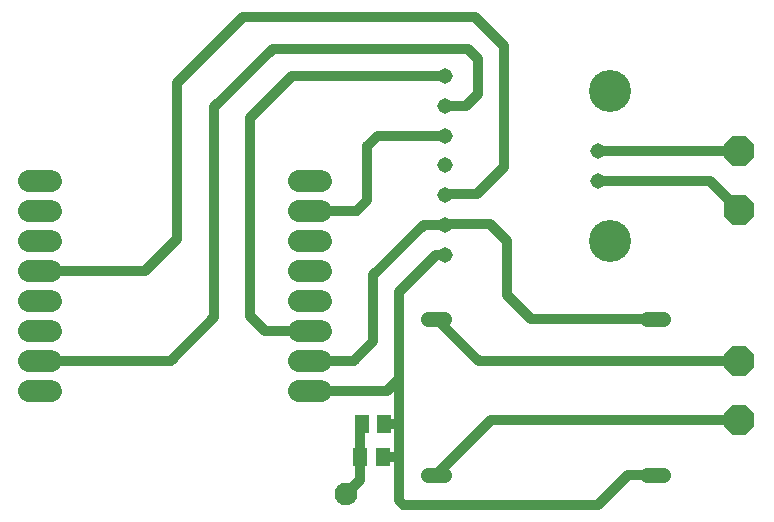
<source format=gbl>
G75*
%MOIN*%
%OFA0B0*%
%FSLAX25Y25*%
%IPPOS*%
%LPD*%
%AMOC8*
5,1,8,0,0,1.08239X$1,22.5*
%
%ADD10R,0.05118X0.05906*%
%ADD11OC8,0.10000*%
%ADD12C,0.05150*%
%ADD13C,0.05150*%
%ADD14C,0.14000*%
%ADD15C,0.07200*%
%ADD16C,0.03200*%
%ADD17C,0.07600*%
D10*
X0406760Y0224000D03*
X0414240Y0224000D03*
X0414740Y0235000D03*
X0407260Y0235000D03*
D11*
X0533031Y0236157D03*
X0533031Y0255843D03*
X0533031Y0306157D03*
X0533031Y0325843D03*
D12*
X0507575Y0270000D02*
X0502425Y0270000D01*
X0434575Y0270000D02*
X0429425Y0270000D01*
X0429425Y0218000D02*
X0434575Y0218000D01*
X0502425Y0218000D02*
X0507575Y0218000D01*
D13*
X0435000Y0291354D03*
X0435000Y0301354D03*
X0435000Y0311354D03*
X0435000Y0321354D03*
X0435000Y0331000D03*
X0435000Y0341000D03*
X0435000Y0351000D03*
X0486000Y0326000D03*
X0486000Y0316000D03*
D14*
X0490000Y0296000D03*
X0490000Y0346000D03*
D15*
X0393600Y0316000D02*
X0386400Y0316000D01*
X0386400Y0306000D02*
X0393600Y0306000D01*
X0393600Y0296000D02*
X0386400Y0296000D01*
X0386400Y0286000D02*
X0393600Y0286000D01*
X0393600Y0276000D02*
X0386400Y0276000D01*
X0386400Y0266000D02*
X0393600Y0266000D01*
X0393600Y0256000D02*
X0386400Y0256000D01*
X0386400Y0246000D02*
X0393600Y0246000D01*
X0303600Y0246000D02*
X0296400Y0246000D01*
X0296400Y0256000D02*
X0303600Y0256000D01*
X0303600Y0266000D02*
X0296400Y0266000D01*
X0296400Y0276000D02*
X0303600Y0276000D01*
X0303600Y0286000D02*
X0296400Y0286000D01*
X0296400Y0296000D02*
X0303600Y0296000D01*
X0303600Y0306000D02*
X0296400Y0306000D01*
X0296400Y0316000D02*
X0303600Y0316000D01*
D16*
X0419500Y0223500D02*
X0419500Y0209500D01*
X0421000Y0208000D01*
X0486000Y0208000D01*
X0496000Y0218000D01*
X0505000Y0218000D01*
X0533031Y0236157D02*
X0450157Y0236157D01*
X0432000Y0218000D01*
X0419500Y0223500D02*
X0419000Y0224000D01*
X0414240Y0224000D01*
X0419500Y0223500D02*
X0419500Y0235500D01*
X0419000Y0235000D01*
X0414740Y0235000D01*
X0419500Y0235500D02*
X0419500Y0250000D01*
X0415500Y0246000D01*
X0390000Y0246000D01*
X0390000Y0256000D02*
X0404500Y0256000D01*
X0411000Y0262500D01*
X0411000Y0284500D01*
X0427854Y0301354D01*
X0435000Y0301354D01*
X0435146Y0301500D01*
X0450000Y0301500D01*
X0455500Y0296000D01*
X0455500Y0278000D01*
X0463500Y0270000D01*
X0505000Y0270000D01*
X0533031Y0255843D02*
X0446157Y0255843D01*
X0432000Y0270000D01*
X0419500Y0279000D02*
X0419500Y0250000D01*
X0407260Y0235000D02*
X0406760Y0234500D01*
X0406760Y0224000D01*
X0406760Y0216260D01*
X0402000Y0211500D01*
X0343500Y0256000D02*
X0300000Y0256000D01*
X0343500Y0256000D02*
X0358000Y0270500D01*
X0358000Y0340500D01*
X0377500Y0360000D01*
X0442500Y0360000D01*
X0446000Y0356500D01*
X0446000Y0345000D01*
X0442000Y0341000D01*
X0435000Y0341000D01*
X0435000Y0351000D02*
X0384000Y0351000D01*
X0370000Y0337000D01*
X0370000Y0271000D01*
X0375000Y0266000D01*
X0390000Y0266000D01*
X0419500Y0279000D02*
X0431854Y0291354D01*
X0435000Y0291354D01*
X0409000Y0309500D02*
X0405500Y0306000D01*
X0390000Y0306000D01*
X0409000Y0309500D02*
X0409000Y0327500D01*
X0412500Y0331000D01*
X0435000Y0331000D01*
X0454500Y0320500D02*
X0445500Y0311500D01*
X0435146Y0311500D01*
X0435000Y0311354D01*
X0454500Y0320500D02*
X0454500Y0361000D01*
X0445000Y0370500D01*
X0367500Y0370500D01*
X0345500Y0348500D01*
X0345500Y0296500D01*
X0335000Y0286000D01*
X0300000Y0286000D01*
X0486000Y0316000D02*
X0523189Y0316000D01*
X0533031Y0306157D01*
X0533031Y0325843D02*
X0486157Y0325843D01*
X0486000Y0326000D01*
D17*
X0402000Y0211500D03*
M02*

</source>
